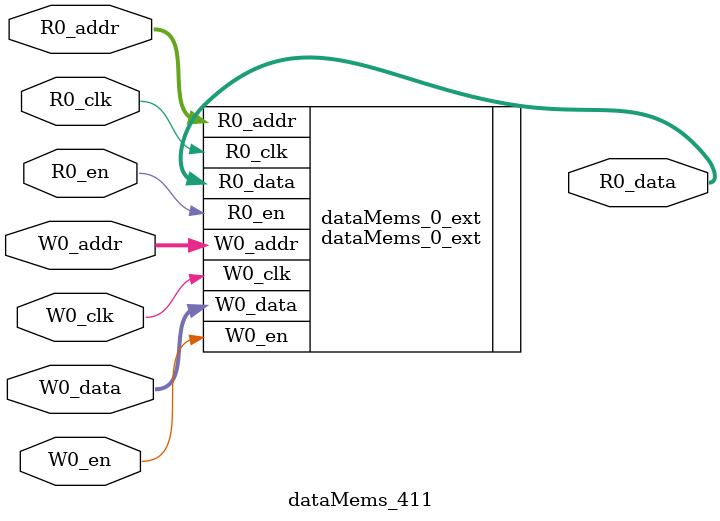
<source format=sv>
`ifndef RANDOMIZE
  `ifdef RANDOMIZE_REG_INIT
    `define RANDOMIZE
  `endif // RANDOMIZE_REG_INIT
`endif // not def RANDOMIZE
`ifndef RANDOMIZE
  `ifdef RANDOMIZE_MEM_INIT
    `define RANDOMIZE
  `endif // RANDOMIZE_MEM_INIT
`endif // not def RANDOMIZE

`ifndef RANDOM
  `define RANDOM $random
`endif // not def RANDOM

// Users can define 'PRINTF_COND' to add an extra gate to prints.
`ifndef PRINTF_COND_
  `ifdef PRINTF_COND
    `define PRINTF_COND_ (`PRINTF_COND)
  `else  // PRINTF_COND
    `define PRINTF_COND_ 1
  `endif // PRINTF_COND
`endif // not def PRINTF_COND_

// Users can define 'ASSERT_VERBOSE_COND' to add an extra gate to assert error printing.
`ifndef ASSERT_VERBOSE_COND_
  `ifdef ASSERT_VERBOSE_COND
    `define ASSERT_VERBOSE_COND_ (`ASSERT_VERBOSE_COND)
  `else  // ASSERT_VERBOSE_COND
    `define ASSERT_VERBOSE_COND_ 1
  `endif // ASSERT_VERBOSE_COND
`endif // not def ASSERT_VERBOSE_COND_

// Users can define 'STOP_COND' to add an extra gate to stop conditions.
`ifndef STOP_COND_
  `ifdef STOP_COND
    `define STOP_COND_ (`STOP_COND)
  `else  // STOP_COND
    `define STOP_COND_ 1
  `endif // STOP_COND
`endif // not def STOP_COND_

// Users can define INIT_RANDOM as general code that gets injected into the
// initializer block for modules with registers.
`ifndef INIT_RANDOM
  `define INIT_RANDOM
`endif // not def INIT_RANDOM

// If using random initialization, you can also define RANDOMIZE_DELAY to
// customize the delay used, otherwise 0.002 is used.
`ifndef RANDOMIZE_DELAY
  `define RANDOMIZE_DELAY 0.002
`endif // not def RANDOMIZE_DELAY

// Define INIT_RANDOM_PROLOG_ for use in our modules below.
`ifndef INIT_RANDOM_PROLOG_
  `ifdef RANDOMIZE
    `ifdef VERILATOR
      `define INIT_RANDOM_PROLOG_ `INIT_RANDOM
    `else  // VERILATOR
      `define INIT_RANDOM_PROLOG_ `INIT_RANDOM #`RANDOMIZE_DELAY begin end
    `endif // VERILATOR
  `else  // RANDOMIZE
    `define INIT_RANDOM_PROLOG_
  `endif // RANDOMIZE
`endif // not def INIT_RANDOM_PROLOG_

// Include register initializers in init blocks unless synthesis is set
`ifndef SYNTHESIS
  `ifndef ENABLE_INITIAL_REG_
    `define ENABLE_INITIAL_REG_
  `endif // not def ENABLE_INITIAL_REG_
`endif // not def SYNTHESIS

// Include rmemory initializers in init blocks unless synthesis is set
`ifndef SYNTHESIS
  `ifndef ENABLE_INITIAL_MEM_
    `define ENABLE_INITIAL_MEM_
  `endif // not def ENABLE_INITIAL_MEM_
`endif // not def SYNTHESIS

module dataMems_411(	// @[generators/ara/src/main/scala/UnsafeAXI4ToTL.scala:365:62]
  input  [4:0]  R0_addr,
  input         R0_en,
  input         R0_clk,
  output [66:0] R0_data,
  input  [4:0]  W0_addr,
  input         W0_en,
  input         W0_clk,
  input  [66:0] W0_data
);

  dataMems_0_ext dataMems_0_ext (	// @[generators/ara/src/main/scala/UnsafeAXI4ToTL.scala:365:62]
    .R0_addr (R0_addr),
    .R0_en   (R0_en),
    .R0_clk  (R0_clk),
    .R0_data (R0_data),
    .W0_addr (W0_addr),
    .W0_en   (W0_en),
    .W0_clk  (W0_clk),
    .W0_data (W0_data)
  );
endmodule


</source>
